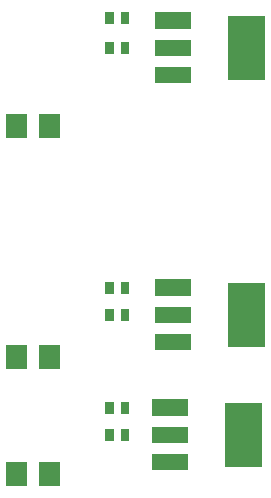
<source format=gbr>
G04 start of page 11 for group -4014 idx -4014 *
G04 Title: (unknown), bottompaste *
G04 Creator: pcb 1.99z *
G04 CreationDate: Sun 31 May 2020 07:54:01 PM GMT UTC *
G04 For: mark *
G04 Format: Gerber/RS-274X *
G04 PCB-Dimensions (mil): 2200.00 2300.00 *
G04 PCB-Coordinate-Origin: lower left *
%MOIN*%
%FSLAX25Y25*%
%LNBOTTOMPASTE*%
%ADD92R,0.0690X0.0690*%
%ADD91R,0.0295X0.0295*%
%ADD90R,0.1220X0.1220*%
%ADD89R,0.0560X0.0560*%
G54D89*X119300Y44000D02*X125900D01*
X119300Y53000D02*X125900D01*
X119300Y62100D02*X125900D01*
G54D90*X147000Y57500D02*Y48500D01*
G54D89*X120300Y84000D02*X126900D01*
X120300Y93000D02*X126900D01*
X120300Y102100D02*X126900D01*
G54D90*X148000Y97500D02*Y88500D01*
G54D91*X102441Y93492D02*Y92508D01*
X107559Y93492D02*Y92508D01*
X102441Y53492D02*Y52508D01*
X107559Y53492D02*Y52508D01*
X102441Y62492D02*Y61508D01*
X107559Y62492D02*Y61508D01*
X102441Y102492D02*Y101508D01*
X107559Y102492D02*Y101508D01*
G54D92*X82500Y156600D02*Y155400D01*
X71500Y156600D02*Y155400D01*
X82500Y40600D02*Y39400D01*
X71500Y40600D02*Y39400D01*
G54D89*X120300Y173000D02*X126900D01*
X120300Y182000D02*X126900D01*
X120300Y191100D02*X126900D01*
G54D90*X148000Y186500D02*Y177500D01*
G54D91*X102441Y182492D02*Y181508D01*
X107559Y182492D02*Y181508D01*
X102441Y192492D02*Y191508D01*
X107559Y192492D02*Y191508D01*
G54D92*X82500Y79600D02*Y78400D01*
X71500Y79600D02*Y78400D01*
M02*

</source>
